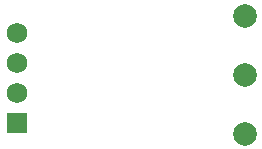
<source format=gbl>
G04 Layer: BottomLayer*
G04 EasyEDA v6.4.7, 2020-10-21T08:40:06+11:00*
G04 167876914e964c2ea181e253bf9821b7,8b00c40d607e4de580d566db1ee26a9b,10*
G04 Gerber Generator version 0.2*
G04 Scale: 100 percent, Rotated: No, Reflected: No *
G04 Dimensions in millimeters *
G04 leading zeros omitted , absolute positions ,3 integer and 3 decimal *
%FSLAX33Y33*%
%MOMM*%
G90*
D02*

%ADD13C,1.750060*%
%ADD14R,1.750060X1.750060*%
%ADD15C,1.999996*%

%LPD*%
G54D13*
G01X4064Y13208D03*
G01X4064Y10668D03*
G01X4064Y8128D03*
G54D14*
G01X4063Y5586D03*
G54D15*
G01X23368Y14657D03*
G01X23368Y9657D03*
G01X23368Y4657D03*
M00*
M02*

</source>
